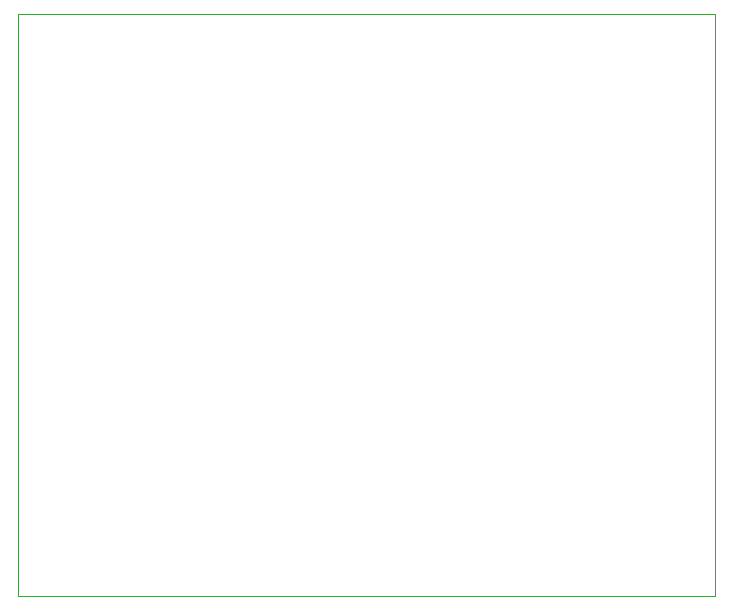
<source format=gm1>
G04 #@! TF.GenerationSoftware,KiCad,Pcbnew,5.1.10*
G04 #@! TF.CreationDate,2021-05-19T15:42:40-05:00*
G04 #@! TF.ProjectId,Power Board,506f7765-7220-4426-9f61-72642e6b6963,rev?*
G04 #@! TF.SameCoordinates,Original*
G04 #@! TF.FileFunction,Profile,NP*
%FSLAX46Y46*%
G04 Gerber Fmt 4.6, Leading zero omitted, Abs format (unit mm)*
G04 Created by KiCad (PCBNEW 5.1.10) date 2021-05-19 15:42:40*
%MOMM*%
%LPD*%
G01*
G04 APERTURE LIST*
G04 #@! TA.AperFunction,Profile*
%ADD10C,0.050000*%
G04 #@! TD*
G04 APERTURE END LIST*
D10*
X38000000Y-124500000D02*
X38250000Y-124500000D01*
X97000000Y-124500000D02*
X38250000Y-124500000D01*
X97000000Y-124500000D02*
X97000000Y-173750000D01*
X38000000Y-173750000D02*
X97000000Y-173750000D01*
X38000000Y-124500000D02*
X38000000Y-173750000D01*
M02*

</source>
